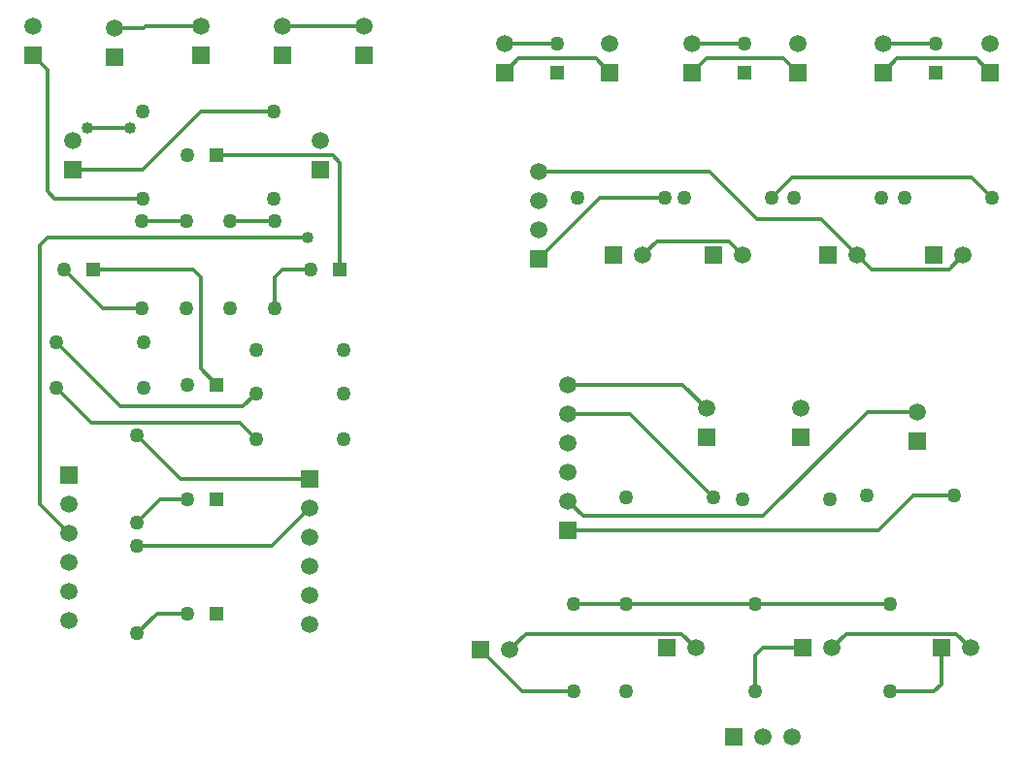
<source format=gbr>
G04 DipTrace 2.4.0.2*
%INTop.gbr*%
%MOIN*%
%ADD13C,0.013*%
%ADD16C,0.05*%
%ADD17R,0.05X0.05*%
%ADD18C,0.05*%
%ADD19R,0.0591X0.0591*%
%ADD20C,0.0591*%
%ADD21C,0.04*%
%FSLAX44Y44*%
G04*
G70*
G90*
G75*
G01*
%LNTop*%
%LPD*%
X16617Y20927D2*
D13*
Y24604D1*
X16357Y24864D1*
X12384D1*
Y16990D2*
X11829Y17545D1*
Y20667D1*
X11569Y20927D1*
X8152D1*
X28823Y7927D2*
X28333Y8417D1*
X23002D1*
X22448Y7862D1*
X15520Y22036D2*
X6571D1*
X6311Y21776D1*
Y12873D1*
X7321Y11863D1*
X33511Y7927D2*
X34002Y8417D1*
X37772D1*
X38262Y7927D1*
X14635Y29301D2*
X17447D1*
X8884Y29239D2*
X9863D1*
X9925Y29301D1*
X11822D1*
X27011Y21431D2*
X27501Y21921D1*
X29958D1*
X30449Y21431D1*
X38012D2*
X37522Y20941D1*
X34877D1*
X34387Y21431D1*
X33142Y22675D1*
X30939D1*
X29313Y24301D1*
X23448D1*
X7446Y24364D2*
X9829D1*
X11829Y26364D1*
X14322D1*
X9634Y12238D2*
X10449Y13053D1*
X11384D1*
X9820Y19616D2*
X8463D1*
X7152Y20927D1*
X6071Y28301D2*
X6561Y27811D1*
Y23624D1*
X6821Y23364D1*
X9822D1*
X24448Y11988D2*
X35103D1*
X36291Y13175D1*
X37700D1*
X25886Y27712D2*
X25396Y28202D1*
X22751D1*
X22260Y27712D1*
X36449Y16051D2*
X34725D1*
X31153Y12478D1*
X24958D1*
X24448Y12988D1*
X29449Y13113D2*
X26574Y15988D1*
X24448D1*
X32324Y27712D2*
X31834Y28202D1*
X29189D1*
X28699Y27712D1*
X21448Y7862D2*
X22883Y6427D1*
X24636D1*
X30511Y28712D2*
X28699D1*
X9634Y8425D2*
X10325Y9116D1*
X11384D1*
X38950Y27712D2*
X38459Y28202D1*
X35752D1*
X35262Y27712D1*
X35512Y6427D2*
X37002D1*
X37262Y6686D1*
Y7927D1*
X32511D2*
X31146D1*
X30886Y7667D1*
Y6427D1*
X37074Y28712D2*
X35262D1*
X29199Y16176D2*
X28386Y16988D1*
X24448D1*
X24073Y28712D2*
X22260D1*
X27761Y23399D2*
X25546D1*
X23448Y21301D1*
X31449Y23399D2*
X32154Y24104D1*
X38307D1*
X39012Y23399D1*
X14385Y19616D2*
Y20667D1*
X14645Y20927D1*
X15617D1*
X9634Y15238D2*
X11134Y13738D1*
X15578D1*
X9820Y22616D2*
X11322D1*
X15578Y12738D2*
X14265Y11425D1*
X9634D1*
X14385Y22616D2*
X12822D1*
X6884Y18426D2*
X9079Y16231D1*
X13286D1*
X13731Y16676D1*
X9411Y25806D2*
X7936D1*
X24636Y9427D2*
X26448D1*
X30886D2*
X35512D1*
X26448D2*
X30886D1*
X13731Y15113D2*
X13161Y15683D1*
X8064D1*
X6884Y16863D1*
D21*
X7936Y25806D3*
X9411D3*
X15520Y22036D3*
D16*
X11384Y24864D3*
D17*
X12384D3*
D16*
X15617Y20927D3*
D17*
X16617D3*
D16*
X7152D3*
D17*
X8152D3*
D16*
X11384Y16990D3*
D17*
X12384D3*
D16*
X11384Y13053D3*
D17*
X12384D3*
D16*
X11384Y9116D3*
D17*
X12384D3*
D16*
X9634Y15238D3*
D18*
Y12238D3*
D16*
X9820Y22616D3*
D18*
Y19616D3*
D16*
X11322Y22616D3*
D18*
Y19616D3*
D16*
X14385Y22616D3*
D18*
Y19616D3*
D16*
X12822Y22616D3*
D18*
Y19616D3*
D16*
X9634Y11425D3*
D18*
Y8425D3*
D19*
X15578Y13738D3*
D20*
Y12738D3*
Y11738D3*
Y10738D3*
Y9738D3*
Y8738D3*
D16*
X6884Y18426D3*
D18*
X9884D3*
D16*
X13731Y16676D3*
D18*
X16731D3*
D16*
X14322Y23364D3*
D18*
Y26364D3*
D16*
X9822D3*
D18*
Y23364D3*
D16*
X13731Y18176D3*
D18*
X16731D3*
D16*
X13731Y15113D3*
D18*
X16731D3*
D16*
X6884Y16863D3*
D18*
X9884D3*
D19*
X15947Y24364D3*
D20*
Y25364D3*
D19*
X17447Y28301D3*
D20*
Y29301D3*
D19*
X14635Y28301D3*
D20*
Y29301D3*
D19*
X11822Y28301D3*
D20*
Y29301D3*
D19*
X8884Y28239D3*
D20*
Y29239D3*
D19*
X6071Y28301D3*
D20*
Y29301D3*
D19*
X7446Y24364D3*
D20*
Y25364D3*
D19*
X7321Y13863D3*
D20*
Y12863D3*
Y11863D3*
Y10863D3*
Y9863D3*
Y8863D3*
D19*
X23448Y21301D3*
D20*
Y22301D3*
Y23301D3*
Y24301D3*
D19*
X24448Y11988D3*
D20*
Y12988D3*
Y13988D3*
Y14988D3*
Y15988D3*
Y16988D3*
D16*
X24073Y28712D3*
D17*
Y27712D3*
D16*
X30511Y28712D3*
D17*
Y27712D3*
D16*
X37074Y28712D3*
D17*
Y27712D3*
D19*
X25886D3*
D20*
Y28712D3*
D19*
X32324Y27712D3*
D20*
Y28712D3*
D19*
X38950Y27712D3*
D20*
Y28712D3*
D19*
X36449Y15051D3*
D20*
Y16051D3*
D19*
X32449Y15176D3*
D20*
Y16176D3*
D19*
X29199Y15176D3*
D20*
Y16176D3*
D19*
X26011Y21431D3*
D20*
X27011D3*
D19*
X29449D3*
D20*
X30449D3*
D19*
X33387D3*
D20*
X34387D3*
D19*
X37012D3*
D20*
X38012D3*
D19*
X21448Y7862D3*
D20*
X22448D3*
D19*
X27823Y7927D3*
D20*
X28823D3*
D19*
X32511D3*
D20*
X33511D3*
D19*
X37262D3*
D20*
X38262D3*
D19*
X30136Y4862D3*
D20*
X31136D3*
X32136D3*
D19*
X22260Y27712D3*
D20*
Y28712D3*
D19*
X28699Y27712D3*
D20*
Y28712D3*
D19*
X35262Y27712D3*
D20*
Y28712D3*
D16*
X37700Y13175D3*
D18*
X34700D3*
D16*
X33449Y13050D3*
D18*
X30449D3*
D16*
X29449Y13113D3*
D18*
X26449D3*
D16*
X27761Y23399D3*
D18*
X24761D3*
D16*
X31449D3*
D18*
X28449D3*
D16*
X35199D3*
D18*
X32199D3*
D16*
X39012D3*
D18*
X36012D3*
D16*
X24636Y9427D3*
D18*
Y6427D3*
D16*
X26448Y9427D3*
D18*
Y6427D3*
D16*
X30886Y9427D3*
D18*
Y6427D3*
D16*
X35512Y9427D3*
D18*
Y6427D3*
M02*

</source>
